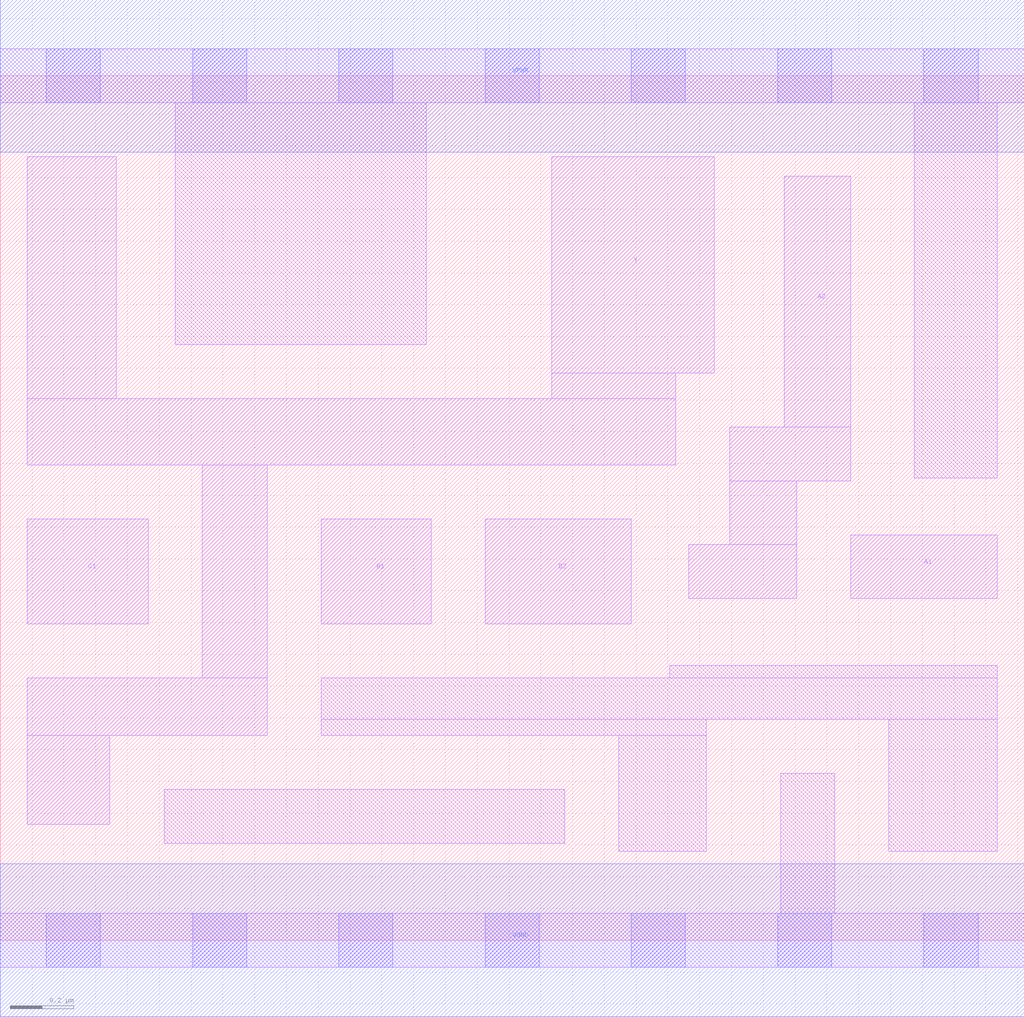
<source format=lef>
# Copyright 2020 The SkyWater PDK Authors
#
# Licensed under the Apache License, Version 2.0 (the "License");
# you may not use this file except in compliance with the License.
# You may obtain a copy of the License at
#
#     https://www.apache.org/licenses/LICENSE-2.0
#
# Unless required by applicable law or agreed to in writing, software
# distributed under the License is distributed on an "AS IS" BASIS,
# WITHOUT WARRANTIES OR CONDITIONS OF ANY KIND, either express or implied.
# See the License for the specific language governing permissions and
# limitations under the License.
#
# SPDX-License-Identifier: Apache-2.0

VERSION 5.7 ;
  NAMESCASESENSITIVE ON ;
  NOWIREEXTENSIONATPIN ON ;
  DIVIDERCHAR "/" ;
  BUSBITCHARS "[]" ;
UNITS
  DATABASE MICRONS 200 ;
END UNITS
MACRO sky130_fd_sc_hd__o221ai_1
  CLASS CORE ;
  FOREIGN sky130_fd_sc_hd__o221ai_1 ;
  ORIGIN  0.000000  0.000000 ;
  SIZE  3.220000 BY  2.720000 ;
  SYMMETRY X Y R90 ;
  SITE unithd ;
  PIN A1
    ANTENNAGATEAREA  0.247500 ;
    DIRECTION INPUT ;
    USE SIGNAL ;
    PORT
      LAYER li1 ;
        RECT 2.675000 1.075000 3.135000 1.275000 ;
    END
  END A1
  PIN A2
    ANTENNAGATEAREA  0.247500 ;
    DIRECTION INPUT ;
    USE SIGNAL ;
    PORT
      LAYER li1 ;
        RECT 2.165000 1.075000 2.505000 1.245000 ;
        RECT 2.295000 1.245000 2.505000 1.445000 ;
        RECT 2.295000 1.445000 2.675000 1.615000 ;
        RECT 2.465000 1.615000 2.675000 2.405000 ;
    END
  END A2
  PIN B1
    ANTENNAGATEAREA  0.247500 ;
    DIRECTION INPUT ;
    USE SIGNAL ;
    PORT
      LAYER li1 ;
        RECT 1.010000 0.995000 1.355000 1.325000 ;
    END
  END B1
  PIN B2
    ANTENNAGATEAREA  0.247500 ;
    DIRECTION INPUT ;
    USE SIGNAL ;
    PORT
      LAYER li1 ;
        RECT 1.525000 0.995000 1.985000 1.325000 ;
    END
  END B2
  PIN C1
    ANTENNAGATEAREA  0.247500 ;
    DIRECTION INPUT ;
    USE SIGNAL ;
    PORT
      LAYER li1 ;
        RECT 0.085000 0.995000 0.465000 1.325000 ;
    END
  END C1
  PIN Y
    ANTENNADIFFAREA  0.899000 ;
    DIRECTION OUTPUT ;
    USE SIGNAL ;
    PORT
      LAYER li1 ;
        RECT 0.085000 0.365000 0.345000 0.645000 ;
        RECT 0.085000 0.645000 0.840000 0.825000 ;
        RECT 0.085000 1.495000 2.125000 1.705000 ;
        RECT 0.085000 1.705000 0.365000 2.465000 ;
        RECT 0.635000 0.825000 0.840000 1.495000 ;
        RECT 1.735000 1.705000 2.125000 1.785000 ;
        RECT 1.735000 1.785000 2.245000 2.465000 ;
    END
  END Y
  PIN VGND
    DIRECTION INOUT ;
    SHAPE ABUTMENT ;
    USE GROUND ;
    PORT
      LAYER met1 ;
        RECT 0.000000 -0.240000 3.220000 0.240000 ;
    END
  END VGND
  PIN VPWR
    DIRECTION INOUT ;
    SHAPE ABUTMENT ;
    USE POWER ;
    PORT
      LAYER met1 ;
        RECT 0.000000 2.480000 3.220000 2.960000 ;
    END
  END VPWR
  OBS
    LAYER li1 ;
      RECT 0.000000 -0.085000 3.220000 0.085000 ;
      RECT 0.000000  2.635000 3.220000 2.805000 ;
      RECT 0.515000  0.305000 1.775000 0.475000 ;
      RECT 0.550000  1.875000 1.340000 2.635000 ;
      RECT 1.010000  0.645000 2.220000 0.695000 ;
      RECT 1.010000  0.695000 3.135000 0.825000 ;
      RECT 1.945000  0.280000 2.220000 0.645000 ;
      RECT 2.105000  0.825000 3.135000 0.865000 ;
      RECT 2.455000  0.085000 2.625000 0.525000 ;
      RECT 2.795000  0.280000 3.135000 0.695000 ;
      RECT 2.875000  1.455000 3.135000 2.635000 ;
    LAYER mcon ;
      RECT 0.145000 -0.085000 0.315000 0.085000 ;
      RECT 0.145000  2.635000 0.315000 2.805000 ;
      RECT 0.605000 -0.085000 0.775000 0.085000 ;
      RECT 0.605000  2.635000 0.775000 2.805000 ;
      RECT 1.065000 -0.085000 1.235000 0.085000 ;
      RECT 1.065000  2.635000 1.235000 2.805000 ;
      RECT 1.525000 -0.085000 1.695000 0.085000 ;
      RECT 1.525000  2.635000 1.695000 2.805000 ;
      RECT 1.985000 -0.085000 2.155000 0.085000 ;
      RECT 1.985000  2.635000 2.155000 2.805000 ;
      RECT 2.445000 -0.085000 2.615000 0.085000 ;
      RECT 2.445000  2.635000 2.615000 2.805000 ;
      RECT 2.905000 -0.085000 3.075000 0.085000 ;
      RECT 2.905000  2.635000 3.075000 2.805000 ;
  END
END sky130_fd_sc_hd__o221ai_1
END LIBRARY

</source>
